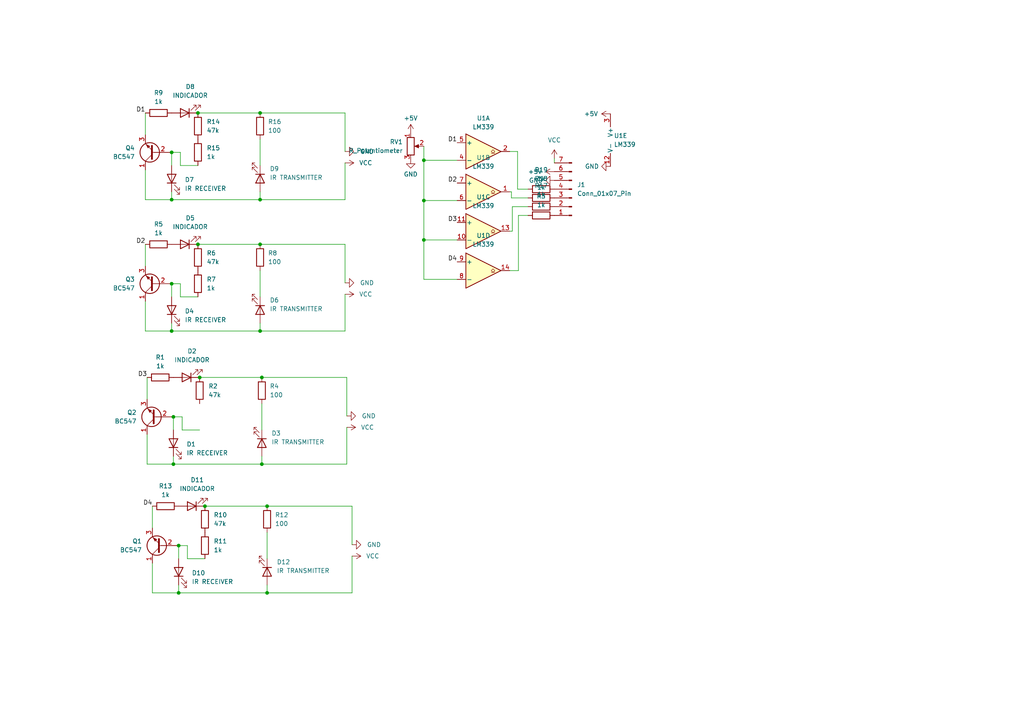
<source format=kicad_sch>
(kicad_sch (version 20230121) (generator eeschema)
  (paper "A4")
  (lib_symbols
    (symbol "Comparator:LM339" (pin_names (offset 0.127))
      (property "Reference" "U" (at 0 5.08 0))
      (property "Value" "LM339" (at 0 -5.08 0))
      (symbol "LM339_1_1"
        (polyline (pts (xy -5.08 5.08) (xy 5.08 0) (xy -5.08 -5.08) (xy -5.08 5.08)) (stroke (width 0.254)) (fill (type background)))
        (polyline (pts (xy 3.302 -0.508) (xy 2.794 -0.508) (xy 3.302 0) (xy 2.794 0.508) (xy 2.286 0) (xy 2.794 -0.508) (xy 2.286 -0.508)) (stroke (width 0.127)))
        (pin open_collector line (at 7.62 0 180) (length 2.54) (name "~") (number "2"))
        (pin input line (at -7.62 -2.54 0) (length 2.54) (name "-") (number "4"))
        (pin input line (at -7.62 2.54 0) (length 2.54) (name "+") (number "5"))
      )
      (symbol "LM339_2_1"
        (polyline (pts (xy -5.08 5.08) (xy 5.08 0) (xy -5.08 -5.08) (xy -5.08 5.08)) (stroke (width 0.254)) (fill (type background)))
        (polyline (pts (xy 3.302 -0.508) (xy 2.794 -0.508) (xy 3.302 0) (xy 2.794 0.508) (xy 2.286 0) (xy 2.794 -0.508) (xy 2.286 -0.508)) (stroke (width 0.127)))
        (pin open_collector line (at 7.62 0 180) (length 2.54) (name "~") (number "1"))
        (pin input line (at -7.62 -2.54 0) (length 2.54) (name "-") (number "6"))
        (pin input line (at -7.62 2.54 0) (length 2.54) (name "+") (number "7"))
      )
      (symbol "LM339_3_1"
        (polyline (pts (xy -5.08 5.08) (xy 5.08 0) (xy -5.08 -5.08) (xy -5.08 5.08)) (stroke (width 0.254)) (fill (type background)))
        (polyline (pts (xy 3.302 -0.508) (xy 2.794 -0.508) (xy 3.302 0) (xy 2.794 0.508) (xy 2.286 0) (xy 2.794 -0.508) (xy 2.286 -0.508)) (stroke (width 0.127)))
        (pin input line (at -7.62 -2.54 0) (length 2.54) (name "-") (number "10"))
        (pin input line (at -7.62 2.54 0) (length 2.54) (name "+") (number "11"))
        (pin open_collector line (at 7.62 0 180) (length 2.54) (name "~") (number "13"))
      )
      (symbol "LM339_4_1"
        (polyline (pts (xy -5.08 5.08) (xy 5.08 0) (xy -5.08 -5.08) (xy -5.08 5.08)) (stroke (width 0.254)) (fill (type background)))
        (polyline (pts (xy 3.302 -0.508) (xy 2.794 -0.508) (xy 3.302 0) (xy 2.794 0.508) (xy 2.286 0) (xy 2.794 -0.508) (xy 2.286 -0.508)) (stroke (width 0.127)))
        (pin open_collector line (at 7.62 0 180) (length 2.54) (name "~") (number "14"))
        (pin input line (at -7.62 -2.54 0) (length 2.54) (name "-") (number "8"))
        (pin input line (at -7.62 2.54 0) (length 2.54) (name "+") (number "9"))
      )
      (symbol "LM339_5_1"
        (pin power_in line (at -2.54 -7.62 90) (length 3.81) (name "V-") (number "12"))
        (pin power_in line (at -2.54 7.62 270) (length 3.81) (name "V+") (number "3"))
      )
    )
    (symbol "Connector:Conn_01x07_Pin" (pin_names (offset 1.016) hide)
      (property "Reference" "J" (at 0 10.16 0))
      (property "Value" "Conn_01x07_Pin" (at 0 -10.16 0))
      (symbol "Conn_01x07_Pin_1_1"
        (polyline (pts (xy 1.27 -7.62) (xy 0.8636 -7.62)) (stroke (width 0.1524)))
        (polyline (pts (xy 1.27 -5.08) (xy 0.8636 -5.08)) (stroke (width 0.1524)))
        (polyline (pts (xy 1.27 -2.54) (xy 0.8636 -2.54)) (stroke (width 0.1524)))
        (polyline (pts (xy 1.27 0) (xy 0.8636 0)) (stroke (width 0.1524)))
        (polyline (pts (xy 1.27 2.54) (xy 0.8636 2.54)) (stroke (width 0.1524)))
        (polyline (pts (xy 1.27 5.08) (xy 0.8636 5.08)) (stroke (width 0.1524)))
        (polyline (pts (xy 1.27 7.62) (xy 0.8636 7.62)) (stroke (width 0.1524)))
        (rectangle (start 0.8636 -7.493) (end 0 -7.747) (stroke (width 0.1524)) (fill (type outline)))
        (rectangle (start 0.8636 -4.953) (end 0 -5.207) (stroke (width 0.1524)) (fill (type outline)))
        (rectangle (start 0.8636 -2.413) (end 0 -2.667) (stroke (width 0.1524)) (fill (type outline)))
        (rectangle (start 0.8636 0.127) (end 0 -0.127) (stroke (width 0.1524)) (fill (type outline)))
        (rectangle (start 0.8636 2.667) (end 0 2.413) (stroke (width 0.1524)) (fill (type outline)))
        (rectangle (start 0.8636 5.207) (end 0 4.953) (stroke (width 0.1524)) (fill (type outline)))
        (rectangle (start 0.8636 7.747) (end 0 7.493) (stroke (width 0.1524)) (fill (type outline)))
        (pin passive line (at 5.08 7.62 180) (length 3.81) (name "Pin_1") (number "1"))
        (pin passive line (at 5.08 5.08 180) (length 3.81) (name "Pin_2") (number "2"))
        (pin passive line (at 5.08 2.54 180) (length 3.81) (name "Pin_3") (number "3"))
        (pin passive line (at 5.08 0 180) (length 3.81) (name "Pin_4") (number "4"))
        (pin passive line (at 5.08 -2.54 180) (length 3.81) (name "Pin_5") (number "5"))
        (pin passive line (at 5.08 -5.08 180) (length 3.81) (name "Pin_6") (number "6"))
        (pin passive line (at 5.08 -7.62 180) (length 3.81) (name "Pin_7") (number "7"))
      )
    )
    (symbol "Device:LED" (pin_numbers hide) (pin_names (offset 1.016) hide)
      (property "Reference" "D" (at 0 2.54 0))
      (property "Value" "LED" (at 0 -2.54 0))
      (symbol "LED_0_1"
        (polyline (pts (xy -1.27 -1.27) (xy -1.27 1.27)) (stroke (width 0.254)))
        (polyline (pts (xy -1.27 0) (xy 1.27 0)))
        (polyline (pts (xy 1.27 -1.27) (xy 1.27 1.27) (xy -1.27 0) (xy 1.27 -1.27)) (stroke (width 0.254)))
        (polyline (pts (xy -3.048 -0.762) (xy -4.572 -2.286) (xy -3.81 -2.286) (xy -4.572 -2.286) (xy -4.572 -1.524)))
        (polyline (pts (xy -1.778 -0.762) (xy -3.302 -2.286) (xy -2.54 -2.286) (xy -3.302 -2.286) (xy -3.302 -1.524)))
      )
      (symbol "LED_1_1"
        (pin passive line (at -3.81 0 0) (length 2.54) (name "K") (number "1"))
        (pin passive line (at 3.81 0 180) (length 2.54) (name "A") (number "2"))
      )
    )
    (symbol "Device:R" (pin_numbers hide) (pin_names (offset 0))
      (property "Reference" "R" (at 2.032 0 90))
      (property "Value" "R" (at 0 0 90))
      (symbol "R_0_1"
        (rectangle (start -1.016 -2.54) (end 1.016 2.54) (stroke (width 0.254)))
      )
      (symbol "R_1_1"
        (pin passive line (at 0 3.81 270) (length 1.27) (name "~") (number "1"))
        (pin passive line (at 0 -3.81 90) (length 1.27) (name "~") (number "2"))
      )
    )
    (symbol "Device:R_Potentiometer" (pin_names (offset 1.016) hide)
      (property "Reference" "RV" (at -4.445 0 90))
      (property "Value" "R_Potentiometer" (at -2.54 0 90))
      (symbol "R_Potentiometer_0_1"
        (polyline (pts (xy 2.54 0) (xy 1.524 0)))
        (polyline (pts (xy 1.143 0) (xy 2.286 0.508) (xy 2.286 -0.508) (xy 1.143 0)) (fill (type outline)))
        (rectangle (start 1.016 2.54) (end -1.016 -2.54) (stroke (width 0.254)))
      )
      (symbol "R_Potentiometer_1_1"
        (pin passive line (at 0 3.81 270) (length 1.27) (name "1") (number "1"))
        (pin passive line (at 3.81 0 180) (length 1.27) (name "2") (number "2"))
        (pin passive line (at 0 -3.81 90) (length 1.27) (name "3") (number "3"))
      )
    )
    (symbol "Transistor_BJT:BC547" (pin_names (offset 0) hide)
      (property "Reference" "Q" (at 5.08 1.905 0))
      (property "Value" "BC547" (at 5.08 0 0))
      (symbol "BC547_0_1"
        (polyline (pts (xy 0 0) (xy 0.635 0)))
        (polyline (pts (xy 0.635 0.635) (xy 2.54 2.54)))
        (polyline (pts (xy 0.635 -0.635) (xy 2.54 -2.54) (xy 2.54 -2.54)))
        (polyline (pts (xy 0.635 1.905) (xy 0.635 -1.905) (xy 0.635 -1.905)) (stroke (width 0.508)))
        (polyline (pts (xy 1.27 -1.778) (xy 1.778 -1.27) (xy 2.286 -2.286) (xy 1.27 -1.778) (xy 1.27 -1.778)) (fill (type outline)))
        (circle (center 1.27 0) (radius 2.8194) (stroke (width 0.254)))
      )
      (symbol "BC547_1_1"
        (pin passive line (at 2.54 5.08 270) (length 2.54) (name "C") (number "1"))
        (pin input line (at -5.08 0 0) (length 5.08) (name "B") (number "2"))
        (pin passive line (at 2.54 -5.08 90) (length 2.54) (name "E") (number "3"))
      )
    )
    (symbol "power:+5V" (power) (pin_names (offset 0))
      (property "Value" "+5V" (at 0 3.556 0))
      (symbol "+5V_0_1"
        (polyline (pts (xy -0.762 1.27) (xy 0 2.54)))
        (polyline (pts (xy 0 0) (xy 0 2.54)))
        (polyline (pts (xy 0 2.54) (xy 0.762 1.27)))
      )
      (symbol "+5V_1_1"
        (pin power_in line (at 0 0 90) (length 0) hide (name "+5V") (number "1"))
      )
    )
    (symbol "power:GND" (power) (pin_names (offset 0))
      (property "Value" "GND" (at 0 -3.81 0))
      (symbol "GND_0_1"
        (polyline (pts (xy 0 0) (xy 0 -1.27) (xy 1.27 -1.27) (xy 0 -2.54) (xy -1.27 -1.27) (xy 0 -1.27)))
      )
      (symbol "GND_1_1"
        (pin power_in line (at 0 0 270) (length 0) hide (name "GND") (number "1"))
      )
    )
    (symbol "power:VCC" (power) (pin_names (offset 0))
      (property "Value" "VCC" (at 0 3.81 0))
      (symbol "VCC_0_1"
        (polyline (pts (xy -0.762 1.27) (xy 0 2.54)))
        (polyline (pts (xy 0 0) (xy 0 2.54)))
        (polyline (pts (xy 0 2.54) (xy 0.762 1.27)))
      )
      (symbol "VCC_1_1"
        (pin power_in line (at 0 0 90) (length 0) hide (name "VCC") (number "1"))
      )
    )
  )
  (junction (at 50.292 120.904))
  (junction (at 75.438 70.866))
  (junction (at 77.47 146.812))
  (junction (at 75.438 32.766))
  (junction (at 122.936 69.596))
  (junction (at 57.404 32.766))
  (junction (at 57.404 70.866))
  (junction (at 50.292 134.62))
  (junction (at 49.784 82.296))
  (junction (at 77.47 171.958))
  (junction (at 49.784 96.012))
  (junction (at 51.816 158.242))
  (junction (at 75.438 96.012))
  (junction (at 49.784 44.196))
  (junction (at 57.912 109.474))
  (junction (at 75.946 134.62))
  (junction (at 122.936 58.166))
  (junction (at 51.816 171.958))
  (junction (at 75.438 57.912))
  (junction (at 75.946 109.474))
  (junction (at 49.784 57.912))
  (junction (at 122.936 46.482))
  (junction (at 59.436 146.812))
  (wire (pts (xy 100.076 32.766) (xy 100.076 43.942)))
  (wire (pts (xy 49.784 82.296) (xy 52.324 82.296)))
  (wire (pts (xy 75.438 78.486) (xy 75.438 86.106)))
  (wire (pts (xy 75.946 109.474) (xy 57.912 109.474)))
  (wire (pts (xy 150.114 54.864) (xy 150.114 43.942)))
  (wire (pts (xy 49.784 96.012) (xy 42.164 96.012)))
  (wire (pts (xy 44.196 171.958) (xy 44.196 163.322)))
  (wire (pts (xy 150.114 43.942) (xy 147.828 43.942)))
  (wire (pts (xy 42.164 32.766) (xy 42.164 39.116)))
  (wire (pts (xy 77.47 154.432) (xy 77.47 162.052)))
  (wire (pts (xy 148.336 55.626) (xy 148.336 57.404)))
  (wire (pts (xy 51.816 169.672) (xy 51.816 171.958)))
  (wire (pts (xy 49.784 57.912) (xy 42.164 57.912)))
  (wire (pts (xy 132.588 81.026) (xy 122.936 81.026)))
  (wire (pts (xy 122.936 69.596) (xy 122.936 81.026)))
  (wire (pts (xy 77.47 171.958) (xy 77.47 169.672)))
  (wire (pts (xy 148.59 67.056) (xy 148.59 59.944)))
  (wire (pts (xy 50.292 132.334) (xy 50.292 134.62)))
  (wire (pts (xy 148.59 59.944) (xy 153.162 59.944)))
  (wire (pts (xy 147.828 78.486) (xy 150.368 78.486)))
  (wire (pts (xy 75.438 96.012) (xy 100.076 96.012)))
  (wire (pts (xy 42.672 134.62) (xy 42.672 125.984)))
  (wire (pts (xy 122.936 46.482) (xy 122.936 58.166)))
  (wire (pts (xy 100.076 85.344) (xy 100.076 96.012)))
  (wire (pts (xy 49.784 93.726) (xy 49.784 96.012)))
  (wire (pts (xy 50.292 124.714) (xy 50.292 120.904)))
  (wire (pts (xy 49.784 57.912) (xy 75.438 57.912)))
  (wire (pts (xy 75.438 32.766) (xy 100.076 32.766)))
  (wire (pts (xy 75.438 70.866) (xy 100.076 70.866)))
  (wire (pts (xy 122.936 42.418) (xy 122.936 46.482)))
  (wire (pts (xy 77.47 171.958) (xy 102.108 171.958)))
  (wire (pts (xy 75.438 70.866) (xy 57.404 70.866)))
  (wire (pts (xy 100.076 70.866) (xy 100.076 82.042)))
  (wire (pts (xy 50.292 134.62) (xy 75.946 134.62)))
  (wire (pts (xy 102.108 161.29) (xy 102.108 171.958)))
  (wire (pts (xy 75.438 32.766) (xy 57.404 32.766)))
  (wire (pts (xy 75.438 57.912) (xy 100.076 57.912)))
  (wire (pts (xy 51.816 158.242) (xy 54.356 158.242)))
  (wire (pts (xy 57.404 48.006) (xy 52.324 48.006)))
  (wire (pts (xy 51.816 162.052) (xy 51.816 158.242)))
  (wire (pts (xy 42.672 109.474) (xy 42.672 115.824)))
  (wire (pts (xy 75.438 96.012) (xy 75.438 93.726)))
  (wire (pts (xy 44.196 146.812) (xy 44.196 153.162)))
  (wire (pts (xy 50.292 120.904) (xy 52.832 120.904)))
  (wire (pts (xy 49.784 48.006) (xy 49.784 44.196)))
  (wire (pts (xy 51.816 171.958) (xy 77.47 171.958)))
  (wire (pts (xy 52.832 124.714) (xy 52.832 120.904)))
  (wire (pts (xy 49.784 86.106) (xy 49.784 82.296)))
  (wire (pts (xy 100.076 47.244) (xy 100.076 57.912)))
  (wire (pts (xy 102.108 146.812) (xy 102.108 157.988)))
  (wire (pts (xy 49.784 44.196) (xy 52.324 44.196)))
  (wire (pts (xy 153.162 57.404) (xy 148.336 57.404)))
  (wire (pts (xy 75.438 40.386) (xy 75.438 48.006)))
  (wire (pts (xy 50.292 134.62) (xy 42.672 134.62)))
  (wire (pts (xy 75.946 117.094) (xy 75.946 124.714)))
  (wire (pts (xy 57.404 86.106) (xy 52.324 86.106)))
  (wire (pts (xy 75.946 134.62) (xy 100.584 134.62)))
  (wire (pts (xy 42.164 57.912) (xy 42.164 49.276)))
  (wire (pts (xy 49.784 55.626) (xy 49.784 57.912)))
  (wire (pts (xy 147.828 55.626) (xy 148.336 55.626)))
  (wire (pts (xy 122.936 58.166) (xy 122.936 69.596)))
  (wire (pts (xy 132.588 58.166) (xy 122.936 58.166)))
  (wire (pts (xy 160.782 45.974) (xy 160.782 47.244)))
  (wire (pts (xy 54.356 162.052) (xy 54.356 158.242)))
  (wire (pts (xy 49.784 96.012) (xy 75.438 96.012)))
  (wire (pts (xy 77.47 146.812) (xy 102.108 146.812)))
  (wire (pts (xy 75.946 134.62) (xy 75.946 132.334)))
  (wire (pts (xy 51.816 171.958) (xy 44.196 171.958)))
  (wire (pts (xy 75.438 57.912) (xy 75.438 55.626)))
  (wire (pts (xy 100.584 123.952) (xy 100.584 134.62)))
  (wire (pts (xy 42.164 70.866) (xy 42.164 77.216)))
  (wire (pts (xy 75.946 109.474) (xy 100.584 109.474)))
  (wire (pts (xy 100.584 109.474) (xy 100.584 120.65)))
  (wire (pts (xy 147.828 67.056) (xy 148.59 67.056)))
  (wire (pts (xy 52.324 86.106) (xy 52.324 82.296)))
  (wire (pts (xy 150.368 78.486) (xy 150.368 62.484)))
  (wire (pts (xy 77.47 146.812) (xy 59.436 146.812)))
  (wire (pts (xy 150.114 54.864) (xy 153.162 54.864)))
  (wire (pts (xy 59.436 162.052) (xy 54.356 162.052)))
  (wire (pts (xy 150.368 62.484) (xy 153.162 62.484)))
  (wire (pts (xy 57.912 124.714) (xy 52.832 124.714)))
  (wire (pts (xy 42.164 96.012) (xy 42.164 87.376)))
  (wire (pts (xy 132.588 69.596) (xy 122.936 69.596)))
  (wire (pts (xy 52.324 48.006) (xy 52.324 44.196)))
  (wire (pts (xy 122.936 46.482) (xy 132.588 46.482)))
  (label "D3" (at 132.588 64.516 180))
  (label "D1" (at 132.588 41.402 180))
  (label "D1" (at 42.164 32.766 180))
  (label "D2" (at 132.588 53.086 180))
  (label "D4" (at 132.588 75.946 180))
  (label "D4" (at 44.196 146.812 180))
  (label "D2" (at 42.164 70.866 180))
  (label "D3" (at 42.672 109.474 180))
  (symbol (lib_id "power:+5V") (at 177.038 33.02 90) (unit 1)
    (property "Reference" "#PWR012" (effects hide))
    (property "Value" "+5V" (at 173.482 33.02 90) (effects (justify left)))
  )
  (symbol (lib_id "power:VCC") (at 102.108 161.29 270) (unit 1)
    (property "Reference" "#PWR08" (effects hide))
    (property "Value" "VCC" (at 106.172 161.29 90) (effects (justify left)))
  )
  (symbol (lib_id "Device:R") (at 156.972 57.404 90) (unit 1)
    (property "Reference" "R18" (at 156.972 51.816 90))
    (property "Value" "1k" (at 156.972 54.356 90))
    (property "Footprint" "Resistor_SMD:R_1206_3216Metric_Pad1.30x1.75mm_HandSolder" (effects hide))
  )
  (symbol (lib_id "Device:LED") (at 75.438 89.916 270) (unit 1)
    (property "Reference" "D6" (at 78.232 87.0585 90) (effects (justify left)))
    (property "Value" "IR TRANSMITTER" (at 78.232 89.5985 90) (effects (justify left)))
    (property "Footprint" "LED_THT:LED_D5.0mm" (effects hide))
  )
  (symbol (lib_id "Device:R") (at 75.438 74.676 0) (unit 1)
    (property "Reference" "R8" (at 77.724 73.406 0) (effects (justify left)))
    (property "Value" "100" (at 77.724 75.946 0) (effects (justify left)))
    (property "Footprint" "Resistor_SMD:R_1206_3216Metric_Pad1.30x1.75mm_HandSolder" (effects hide))
  )
  (symbol (lib_id "Device:R") (at 156.972 59.944 90) (unit 1)
    (property "Reference" "R17" (at 156.972 53.848 90))
    (property "Value" "1k" (at 156.972 56.388 90))
    (property "Footprint" "Resistor_SMD:R_1206_3216Metric_Pad1.30x1.75mm_HandSolder" (effects hide))
  )
  (symbol (lib_id "Device:LED") (at 75.946 128.524 270) (unit 1)
    (property "Reference" "D3" (at 78.74 125.6665 90) (effects (justify left)))
    (property "Value" "IR TRANSMITTER" (at 78.74 128.2065 90) (effects (justify left)))
    (property "Footprint" "LED_THT:LED_D5.0mm" (effects hide))
  )
  (symbol (lib_id "power:VCC") (at 100.584 123.952 270) (unit 1)
    (property "Reference" "#PWR02" (effects hide))
    (property "Value" "VCC" (at 104.648 123.952 90) (effects (justify left)))
  )
  (symbol (lib_id "Device:R") (at 57.404 74.676 0) (unit 1)
    (property "Reference" "R6" (at 59.944 73.406 0) (effects (justify left)))
    (property "Value" "47k" (at 59.944 75.946 0) (effects (justify left)))
    (property "Footprint" "Resistor_SMD:R_1206_3216Metric_Pad1.30x1.75mm_HandSolder" (effects hide))
  )
  (symbol (lib_id "Comparator:LM339") (at 140.208 43.942 0) (unit 1)
    (property "Reference" "U1" (at 140.208 34.29 0))
    (property "Value" "LM339" (at 140.208 36.83 0))
    (property "Footprint" "Package_DIP:DIP-14_W7.62mm" (effects hide))
    (property "Datasheet" "https://www.st.com/resource/en/datasheet/lm139.pdf" (effects hide))
  )
  (symbol (lib_id "power:VCC") (at 160.782 45.974 0) (unit 1)
    (property "Reference" "#PWR011" (effects hide))
    (property "Value" "VCC" (at 160.782 40.64 0))
  )
  (symbol (lib_id "Device:R") (at 57.404 44.196 0) (unit 1)
    (property "Reference" "R15" (at 59.944 42.926 0) (effects (justify left)))
    (property "Value" "1k" (at 59.944 45.466 0) (effects (justify left)))
    (property "Footprint" "Resistor_SMD:R_1206_3216Metric_Pad1.30x1.75mm_HandSolder" (effects hide))
  )
  (symbol (lib_id "Device:R") (at 75.946 113.284 0) (unit 1)
    (property "Reference" "R4" (at 78.232 112.014 0) (effects (justify left)))
    (property "Value" "100" (at 78.232 114.554 0) (effects (justify left)))
    (property "Footprint" "Resistor_SMD:R_1206_3216Metric_Pad1.30x1.75mm_HandSolder" (effects hide))
  )
  (symbol (lib_id "power:+5V") (at 160.782 49.784 90) (unit 1)
    (property "Reference" "#PWR09" (effects hide))
    (property "Value" "+5V" (at 157.226 49.784 90) (effects (justify left)))
  )
  (symbol (lib_id "Device:LED") (at 75.438 51.816 270) (unit 1)
    (property "Reference" "D9" (at 78.232 48.9585 90) (effects (justify left)))
    (property "Value" "IR TRANSMITTER" (at 78.232 51.4985 90) (effects (justify left)))
    (property "Footprint" "LED_THT:LED_D5.0mm" (effects hide))
  )
  (symbol (lib_id "Device:R") (at 75.438 36.576 0) (unit 1)
    (property "Reference" "R16" (at 77.724 35.306 0) (effects (justify left)))
    (property "Value" "100" (at 77.724 37.846 0) (effects (justify left)))
    (property "Footprint" "Resistor_SMD:R_1206_3216Metric_Pad1.30x1.75mm_HandSolder" (effects hide))
  )
  (symbol (lib_id "Device:R") (at 45.974 70.866 90) (unit 1)
    (property "Reference" "R5" (at 45.974 65.024 90))
    (property "Value" "1k" (at 45.974 67.564 90))
    (property "Footprint" "Resistor_SMD:R_1206_3216Metric_Pad1.30x1.75mm_HandSolder" (effects hide))
  )
  (symbol (lib_id "Comparator:LM339") (at 140.208 67.056 0) (unit 3)
    (property "Reference" "U1" (at 140.208 57.15 0))
    (property "Value" "LM339" (at 140.208 59.69 0))
    (property "Footprint" "Package_DIP:DIP-14_W7.62mm" (effects hide))
    (property "Datasheet" "https://www.st.com/resource/en/datasheet/lm139.pdf" (effects hide))
  )
  (symbol (lib_id "power:GND") (at 100.076 43.942 90) (unit 1)
    (property "Reference" "#PWR05" (effects hide))
    (property "Value" "GND" (at 104.394 43.942 90) (effects (justify right)))
  )
  (symbol (lib_id "Device:R") (at 45.974 32.766 90) (unit 1)
    (property "Reference" "R9" (at 45.974 26.924 90))
    (property "Value" "1k" (at 45.974 29.464 90))
    (property "Footprint" "Resistor_SMD:R_1206_3216Metric_Pad1.30x1.75mm_HandSolder" (effects hide))
  )
  (symbol (lib_id "Transistor_BJT:BC547") (at 44.704 44.196 180) (unit 1)
    (property "Reference" "Q4" (at 39.116 42.926 0) (effects (justify left)))
    (property "Value" "BC547" (at 39.116 45.466 0) (effects (justify left)))
    (property "Footprint" "Package_TO_SOT_THT:TO-92_Inline" (effects hide))
    (property "Datasheet" "https://www.onsemi.com/pub/Collateral/BC550-D.pdf" (effects hide))
  )
  (symbol (lib_id "Device:R") (at 48.006 146.812 90) (unit 1)
    (property "Reference" "R13" (at 48.006 140.97 90))
    (property "Value" "1k" (at 48.006 143.51 90))
    (property "Footprint" "Resistor_SMD:R_1206_3216Metric_Pad1.30x1.75mm_HandSolder" (effects hide))
  )
  (symbol (lib_id "Transistor_BJT:BC547") (at 44.704 82.296 180) (unit 1)
    (property "Reference" "Q3" (at 39.116 81.026 0) (effects (justify left)))
    (property "Value" "BC547" (at 39.116 83.566 0) (effects (justify left)))
    (property "Footprint" "Package_TO_SOT_THT:TO-92_Inline" (effects hide))
    (property "Datasheet" "https://www.onsemi.com/pub/Collateral/BC550-D.pdf" (effects hide))
  )
  (symbol (lib_id "Device:LED") (at 54.102 109.474 180) (unit 1)
    (property "Reference" "D2" (at 55.6895 101.854 0))
    (property "Value" "INDICADOR" (at 55.6895 104.394 0))
    (property "Footprint" "LED_SMD:LED_1206_3216Metric_Pad1.42x1.75mm_HandSolder" (effects hide))
  )
  (symbol (lib_id "Device:R") (at 57.404 82.296 0) (unit 1)
    (property "Reference" "R7" (at 59.944 81.026 0) (effects (justify left)))
    (property "Value" "1k" (at 59.944 83.566 0) (effects (justify left)))
    (property "Footprint" "Resistor_SMD:R_1206_3216Metric_Pad1.30x1.75mm_HandSolder" (effects hide))
  )
  (symbol (lib_id "Device:R") (at 59.436 150.622 0) (unit 1)
    (property "Reference" "R10" (at 61.976 149.352 0) (effects (justify left)))
    (property "Value" "47k" (at 61.976 151.892 0) (effects (justify left)))
    (property "Footprint" "Resistor_SMD:R_1206_3216Metric_Pad1.30x1.75mm_HandSolder" (effects hide))
  )
  (symbol (lib_id "Connector:Conn_01x07_Pin") (at 165.862 54.864 180) (unit 1)
    (property "Reference" "J1" (at 167.386 53.594 0) (effects (justify right)))
    (property "Value" "Conn_01x07_Pin" (at 167.386 56.134 0) (effects (justify right)))
    (property "Footprint" "Connector_PinSocket_2.54mm:PinSocket_1x07_P2.54mm_Vertical" (effects hide))
  )
  (symbol (lib_id "Device:LED") (at 49.784 51.816 90) (unit 1)
    (property "Reference" "D7" (at 53.594 52.1335 90) (effects (justify right)))
    (property "Value" "IR RECEIVER" (at 53.594 54.6735 90) (effects (justify right)))
    (property "Footprint" "LED_THT:LED_D5.0mm" (effects hide))
  )
  (symbol (lib_id "power:GND") (at 102.108 157.988 90) (unit 1)
    (property "Reference" "#PWR07" (effects hide))
    (property "Value" "GND" (at 106.426 157.988 90) (effects (justify right)))
  )
  (symbol (lib_id "power:VCC") (at 100.076 85.344 270) (unit 1)
    (property "Reference" "#PWR04" (effects hide))
    (property "Value" "VCC" (at 104.14 85.344 90) (effects (justify left)))
  )
  (symbol (lib_id "Device:LED") (at 77.47 165.862 270) (unit 1)
    (property "Reference" "D12" (at 80.264 163.0045 90) (effects (justify left)))
    (property "Value" "IR TRANSMITTER" (at 80.264 165.5445 90) (effects (justify left)))
    (property "Footprint" "LED_THT:LED_D5.0mm" (effects hide))
  )
  (symbol (lib_id "Comparator:LM339") (at 140.208 78.486 0) (unit 4)
    (property "Reference" "U1" (at 140.208 68.326 0))
    (property "Value" "LM339" (at 140.208 70.866 0))
    (property "Footprint" "Package_DIP:DIP-14_W7.62mm" (effects hide))
    (property "Datasheet" "https://www.st.com/resource/en/datasheet/lm139.pdf" (effects hide))
  )
  (symbol (lib_id "Device:LED") (at 55.626 146.812 180) (unit 1)
    (property "Reference" "D11" (at 57.2135 139.192 0))
    (property "Value" "INDICADOR" (at 57.2135 141.732 0))
    (property "Footprint" "LED_SMD:LED_1206_3216Metric_Pad1.42x1.75mm_HandSolder" (effects hide))
  )
  (symbol (lib_id "Device:R") (at 156.972 54.864 90) (unit 1)
    (property "Reference" "R19" (at 156.972 49.276 90))
    (property "Value" "1k" (at 156.972 51.816 90))
    (property "Footprint" "Resistor_SMD:R_1206_3216Metric_Pad1.30x1.75mm_HandSolder" (effects hide))
  )
  (symbol (lib_id "Device:R_Potentiometer") (at 119.126 42.418 0) (unit 1)
    (property "Reference" "RV1" (at 116.84 41.148 0) (effects (justify right)))
    (property "Value" "R_Potentiometer" (at 116.84 43.688 0) (effects (justify right)))
    (property "Footprint" "Potentiometer_THT:Potentiometer_Bourns_3299W_Vertical" (effects hide))
  )
  (symbol (lib_id "Device:LED") (at 53.594 32.766 180) (unit 1)
    (property "Reference" "D8" (at 55.1815 25.146 0))
    (property "Value" "INDICADOR" (at 55.1815 27.686 0))
    (property "Footprint" "LED_SMD:LED_1206_3216Metric_Pad1.42x1.75mm_HandSolder" (effects hide))
  )
  (symbol (lib_id "power:GND") (at 100.584 120.65 90) (unit 1)
    (property "Reference" "#PWR01" (effects hide))
    (property "Value" "GND" (at 104.902 120.65 90) (effects (justify right)))
  )
  (symbol (lib_id "Device:R") (at 57.404 36.576 0) (unit 1)
    (property "Reference" "R14" (at 59.944 35.306 0) (effects (justify left)))
    (property "Value" "47k" (at 59.944 37.846 0) (effects (justify left)))
    (property "Footprint" "Resistor_SMD:R_1206_3216Metric_Pad1.30x1.75mm_HandSolder" (effects hide))
  )
  (symbol (lib_id "Device:LED") (at 51.816 165.862 90) (unit 1)
    (property "Reference" "D10" (at 55.626 166.1795 90) (effects (justify right)))
    (property "Value" "IR RECEIVER" (at 55.626 168.7195 90) (effects (justify right)))
    (property "Footprint" "LED_THT:LED_D5.0mm" (effects hide))
  )
  (symbol (lib_id "Device:R") (at 77.47 150.622 0) (unit 1)
    (property "Reference" "R12" (at 79.756 149.352 0) (effects (justify left)))
    (property "Value" "100" (at 79.756 151.892 0) (effects (justify left)))
    (property "Footprint" "Resistor_SMD:R_1206_3216Metric_Pad1.30x1.75mm_HandSolder" (effects hide))
  )
  (symbol (lib_id "Device:LED") (at 49.784 89.916 90) (unit 1)
    (property "Reference" "D4" (at 53.594 90.2335 90) (effects (justify right)))
    (property "Value" "IR RECEIVER" (at 53.594 92.7735 90) (effects (justify right)))
    (property "Footprint" "LED_THT:LED_D5.0mm" (effects hide))
  )
  (symbol (lib_id "Device:R") (at 46.482 109.474 90) (unit 1)
    (property "Reference" "R1" (at 46.482 103.632 90))
    (property "Value" "1k" (at 46.482 106.172 90))
    (property "Footprint" "Resistor_SMD:R_1206_3216Metric_Pad1.30x1.75mm_HandSolder" (effects hide))
  )
  (symbol (lib_id "Device:LED") (at 50.292 128.524 90) (unit 1)
    (property "Reference" "D1" (at 54.102 128.8415 90) (effects (justify right)))
    (property "Value" "IR RECEIVER" (at 54.102 131.3815 90) (effects (justify right)))
    (property "Footprint" "LED_THT:LED_D5.0mm" (effects hide))
  )
  (symbol (lib_id "Device:R") (at 59.436 158.242 0) (unit 1)
    (property "Reference" "R11" (at 61.976 156.972 0) (effects (justify left)))
    (property "Value" "1k" (at 61.976 159.512 0) (effects (justify left)))
    (property "Footprint" "Resistor_SMD:R_1206_3216Metric_Pad1.30x1.75mm_HandSolder" (effects hide))
  )
  (symbol (lib_id "Device:R") (at 57.912 113.284 0) (unit 1)
    (property "Reference" "R2" (at 60.452 112.014 0) (effects (justify left)))
    (property "Value" "47k" (at 60.452 114.554 0) (effects (justify left)))
    (property "Footprint" "Resistor_SMD:R_1206_3216Metric_Pad1.30x1.75mm_HandSolder" (effects hide))
  )
  (symbol (lib_id "Comparator:LM339") (at 140.208 55.626 0) (unit 2)
    (property "Reference" "U1" (at 140.208 45.72 0))
    (property "Value" "LM339" (at 140.208 48.26 0))
    (property "Footprint" "Package_DIP:DIP-14_W7.62mm" (effects hide))
    (property "Datasheet" "https://www.st.com/resource/en/datasheet/lm139.pdf" (effects hide))
  )
  (symbol (lib_id "Transistor_BJT:BC547") (at 45.212 120.904 180) (unit 1)
    (property "Reference" "Q2" (at 39.624 119.634 0) (effects (justify left)))
    (property "Value" "BC547" (at 39.624 122.174 0) (effects (justify left)))
    (property "Footprint" "Package_TO_SOT_THT:TO-92_Inline" (effects hide))
    (property "Datasheet" "https://www.onsemi.com/pub/Collateral/BC550-D.pdf" (effects hide))
  )
  (symbol (lib_id "Transistor_BJT:BC547") (at 46.736 158.242 180) (unit 1)
    (property "Reference" "Q1" (at 41.148 156.972 0) (effects (justify left)))
    (property "Value" "BC547" (at 41.148 159.512 0) (effects (justify left)))
    (property "Footprint" "Package_TO_SOT_THT:TO-92_Inline" (effects hide))
    (property "Datasheet" "https://www.onsemi.com/pub/Collateral/BC550-D.pdf" (effects hide))
  )
  (symbol (lib_id "power:GND") (at 119.126 46.228 0) (unit 1)
    (property "Reference" "#PWR014" (effects hide))
    (property "Value" "GND" (at 119.126 50.546 0))
  )
  (symbol (lib_id "Device:LED") (at 53.594 70.866 180) (unit 1)
    (property "Reference" "D5" (at 55.1815 63.246 0))
    (property "Value" "INDICADOR" (at 55.1815 65.786 0))
    (property "Footprint" "LED_SMD:LED_1206_3216Metric_Pad1.42x1.75mm_HandSolder" (effects hide))
  )
  (symbol (lib_id "Comparator:LM339") (at 179.578 40.64 0) (unit 5)
    (property "Reference" "U1" (at 178.054 39.37 0) (effects (justify left)))
    (property "Value" "LM339" (at 178.054 41.91 0) (effects (justify left)))
    (property "Footprint" "Package_DIP:DIP-14_W7.62mm" (effects hide))
    (property "Datasheet" "https://www.st.com/resource/en/datasheet/lm139.pdf" (effects hide))
  )
  (symbol (lib_id "power:+5V") (at 119.126 38.608 0) (unit 1)
    (property "Reference" "#PWR015" (effects hide))
    (property "Value" "+5V" (at 119.126 34.29 0))
  )
  (symbol (lib_id "Device:R") (at 156.972 62.484 90) (unit 1)
    (property "Reference" "R3" (at 156.972 56.896 90))
    (property "Value" "1k" (at 156.972 59.436 90))
    (property "Footprint" "Resistor_SMD:R_1206_3216Metric_Pad1.30x1.75mm_HandSolder" (effects hide))
  )
  (symbol (lib_id "power:GND") (at 160.782 52.324 270) (unit 1)
    (property "Reference" "#PWR010" (effects hide))
    (property "Value" "GND" (at 157.48 52.324 90) (effects (justify right)))
  )
  (symbol (lib_id "power:VCC") (at 100.076 47.244 270) (unit 1)
    (property "Reference" "#PWR06" (effects hide))
    (property "Value" "VCC" (at 104.14 47.244 90) (effects (justify left)))
  )
  (symbol (lib_id "power:GND") (at 177.038 48.26 270) (unit 1)
    (property "Reference" "#PWR013" (effects hide))
    (property "Value" "GND" (at 173.736 48.26 90) (effects (justify right)))
  )
  (symbol (lib_id "power:GND") (at 100.076 82.042 90) (unit 1)
    (property "Reference" "#PWR03" (effects hide))
    (property "Value" "GND" (at 104.394 82.042 90) (effects (justify right)))
  )
)
</source>
